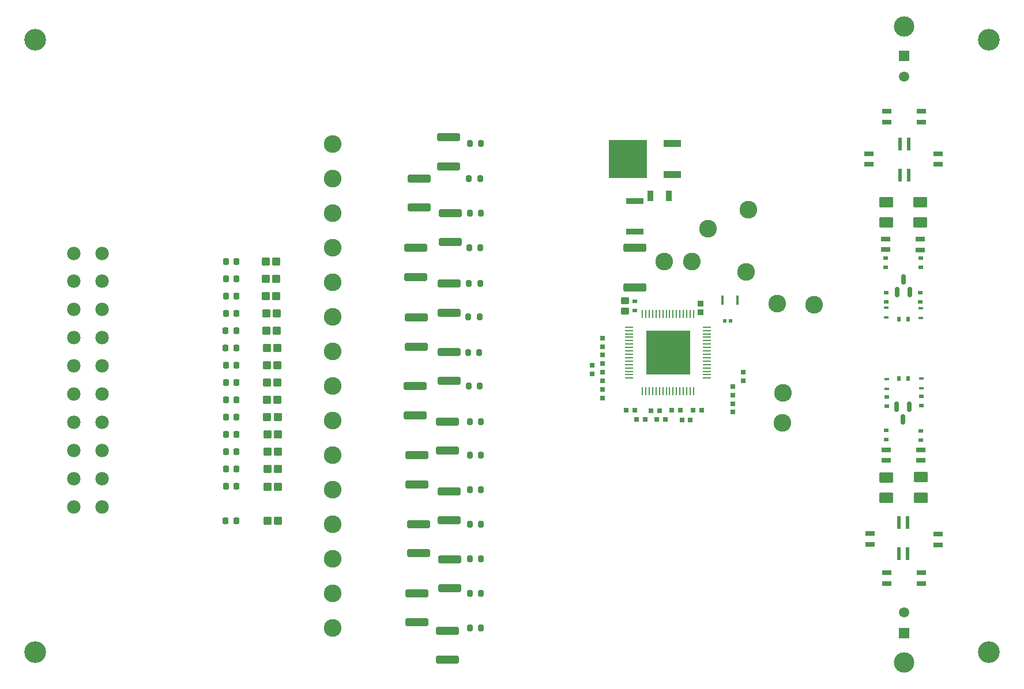
<source format=gbr>
%TF.GenerationSoftware,KiCad,Pcbnew,8.0.7*%
%TF.CreationDate,2025-02-10T22:10:37-06:00*%
%TF.ProjectId,Project63_BMS_DaughterBoard,50726f6a-6563-4743-9633-5f424d535f44,rev?*%
%TF.SameCoordinates,Original*%
%TF.FileFunction,Soldermask,Top*%
%TF.FilePolarity,Negative*%
%FSLAX46Y46*%
G04 Gerber Fmt 4.6, Leading zero omitted, Abs format (unit mm)*
G04 Created by KiCad (PCBNEW 8.0.7) date 2025-02-10 22:10:37*
%MOMM*%
%LPD*%
G01*
G04 APERTURE LIST*
G04 Aperture macros list*
%AMRoundRect*
0 Rectangle with rounded corners*
0 $1 Rounding radius*
0 $2 $3 $4 $5 $6 $7 $8 $9 X,Y pos of 4 corners*
0 Add a 4 corners polygon primitive as box body*
4,1,4,$2,$3,$4,$5,$6,$7,$8,$9,$2,$3,0*
0 Add four circle primitives for the rounded corners*
1,1,$1+$1,$2,$3*
1,1,$1+$1,$4,$5*
1,1,$1+$1,$6,$7*
1,1,$1+$1,$8,$9*
0 Add four rect primitives between the rounded corners*
20,1,$1+$1,$2,$3,$4,$5,0*
20,1,$1+$1,$4,$5,$6,$7,0*
20,1,$1+$1,$6,$7,$8,$9,0*
20,1,$1+$1,$8,$9,$2,$3,0*%
G04 Aperture macros list end*
%ADD10RoundRect,0.250000X-1.425000X0.362500X-1.425000X-0.362500X1.425000X-0.362500X1.425000X0.362500X0*%
%ADD11RoundRect,0.200000X-0.200000X-0.275000X0.200000X-0.275000X0.200000X0.275000X-0.200000X0.275000X0*%
%ADD12RoundRect,0.200000X0.200000X0.275000X-0.200000X0.275000X-0.200000X-0.275000X0.200000X-0.275000X0*%
%ADD13RoundRect,0.218750X-0.218750X-0.256250X0.218750X-0.256250X0.218750X0.256250X-0.218750X0.256250X0*%
%ADD14C,2.604000*%
%ADD15R,1.346200X0.787400*%
%ADD16R,1.143000X0.228600*%
%ADD17R,0.228600X1.143000*%
%ADD18R,6.502400X6.502400*%
%ADD19C,3.200000*%
%ADD20R,0.552399X0.749198*%
%ADD21RoundRect,0.250000X-1.450000X0.312500X-1.450000X-0.312500X1.450000X-0.312500X1.450000X0.312500X0*%
%ADD22R,0.749198X0.552399*%
%ADD23R,0.600000X1.850000*%
%ADD24R,0.762000X0.558800*%
%ADD25RoundRect,0.102000X-0.460000X-0.495000X0.460000X-0.495000X0.460000X0.495000X-0.460000X0.495000X0*%
%ADD26R,0.762000X0.660400*%
%ADD27R,0.749200X0.452400*%
%ADD28R,0.660400X0.762000*%
%ADD29R,2.600000X1.060000*%
%ADD30R,5.700000X5.632000*%
%ADD31RoundRect,0.102000X-0.465000X0.445000X-0.465000X-0.445000X0.465000X-0.445000X0.465000X0.445000X0*%
%ADD32C,2.999999*%
%ADD33R,1.520000X1.520000*%
%ADD34C,1.520000*%
%ADD35R,0.508000X0.508000*%
%ADD36RoundRect,0.102000X0.910000X-0.620000X0.910000X0.620000X-0.910000X0.620000X-0.910000X-0.620000X0*%
%ADD37C,1.981200*%
%ADD38R,0.899198X0.852399*%
%ADD39RoundRect,0.102000X-0.910000X0.620000X-0.910000X-0.620000X0.910000X-0.620000X0.910000X0.620000X0*%
%ADD40R,0.355600X1.397000*%
%ADD41RoundRect,0.150000X-0.150000X0.587500X-0.150000X-0.587500X0.150000X-0.587500X0.150000X0.587500X0*%
%ADD42RoundRect,0.150000X0.150000X-0.587500X0.150000X0.587500X-0.150000X0.587500X-0.150000X-0.587500X0*%
%ADD43RoundRect,0.250000X1.450000X-0.312500X1.450000X0.312500X-1.450000X0.312500X-1.450000X-0.312500X0*%
%ADD44R,0.863600X1.549400*%
%ADD45R,2.590800X0.965200*%
G04 APERTURE END LIST*
D10*
%TO.C,R602*%
X158000000Y-70537500D03*
X158000000Y-76462500D03*
%TD*%
D11*
%TO.C,R330*%
X133781775Y-55266895D03*
X135431775Y-55266895D03*
%TD*%
D12*
%TO.C,R329*%
X135362196Y-70591895D03*
X133712196Y-70591895D03*
%TD*%
%TO.C,R328*%
X135431775Y-65474117D03*
X133781775Y-65474117D03*
%TD*%
%TO.C,R327*%
X135314641Y-60450783D03*
X133664641Y-60450783D03*
%TD*%
D11*
%TO.C,R322*%
X133781775Y-126471895D03*
X135431775Y-126471895D03*
%TD*%
D12*
%TO.C,R321*%
X135431775Y-121391895D03*
X133781775Y-121391895D03*
%TD*%
%TO.C,R320*%
X135431775Y-116311895D03*
X133781775Y-116311895D03*
%TD*%
%TO.C,R319*%
X135431775Y-111231895D03*
X133781775Y-111231895D03*
%TD*%
%TO.C,R318*%
X135431775Y-106151895D03*
X133781775Y-106151895D03*
%TD*%
%TO.C,R317*%
X135431775Y-101071895D03*
X133781775Y-101071895D03*
%TD*%
%TO.C,R316*%
X135431775Y-96138566D03*
X133781775Y-96138566D03*
%TD*%
%TO.C,R315*%
X135302048Y-90924487D03*
X133652048Y-90924487D03*
%TD*%
%TO.C,R314*%
X135201308Y-85957820D03*
X133551308Y-85957820D03*
%TD*%
%TO.C,R313*%
X135239085Y-80726709D03*
X133589085Y-80726709D03*
%TD*%
%TO.C,R312*%
X135311999Y-75800971D03*
X133661999Y-75800971D03*
%TD*%
D13*
%TO.C,F308*%
X97976059Y-100550732D03*
X99551059Y-100550732D03*
%TD*%
D14*
%TO.C,TP502*%
X162389472Y-72626439D03*
%TD*%
D15*
%TO.C,R705*%
X192605440Y-112583972D03*
X192605440Y-114158772D03*
%TD*%
D16*
%TO.C,U201*%
X157232429Y-82243727D03*
X157232429Y-82743853D03*
X157232429Y-83243979D03*
X157232429Y-83744105D03*
X157232429Y-84244231D03*
X157232429Y-84744357D03*
X157232429Y-85244483D03*
X157232429Y-85744609D03*
X157232429Y-86244735D03*
X157232429Y-86744861D03*
X157232429Y-87244987D03*
X157232429Y-87745113D03*
X157232429Y-88245239D03*
X157232429Y-88745365D03*
X157232429Y-89245491D03*
X157232429Y-89745617D03*
D17*
X159158384Y-91671572D03*
X159658510Y-91671572D03*
X160158636Y-91671572D03*
X160658762Y-91671572D03*
X161158888Y-91671572D03*
X161659014Y-91671572D03*
X162159140Y-91671572D03*
X162659266Y-91671572D03*
X163159392Y-91671572D03*
X163659518Y-91671572D03*
X164159644Y-91671572D03*
X164659770Y-91671572D03*
X165159896Y-91671572D03*
X165660022Y-91671572D03*
X166160148Y-91671572D03*
X166660274Y-91671572D03*
D16*
X168586229Y-89745617D03*
X168586229Y-89245491D03*
X168586229Y-88745365D03*
X168586229Y-88245239D03*
X168586229Y-87745113D03*
X168586229Y-87244987D03*
X168586229Y-86744861D03*
X168586229Y-86244735D03*
X168586229Y-85744609D03*
X168586229Y-85244483D03*
X168586229Y-84744357D03*
X168586229Y-84244231D03*
X168586229Y-83744105D03*
X168586229Y-83243979D03*
X168586229Y-82743853D03*
X168586229Y-82243727D03*
D17*
X166660274Y-80317772D03*
X166160148Y-80317772D03*
X165660022Y-80317772D03*
X165159896Y-80317772D03*
X164659770Y-80317772D03*
X164159644Y-80317772D03*
X163659518Y-80317772D03*
X163159392Y-80317772D03*
X162659266Y-80317772D03*
X162159140Y-80317772D03*
X161659014Y-80317772D03*
X161158888Y-80317772D03*
X160658762Y-80317772D03*
X160158636Y-80317772D03*
X159658510Y-80317772D03*
X159158384Y-80317772D03*
D18*
X162909329Y-85994672D03*
%TD*%
D14*
%TO.C,TP306*%
X113640259Y-95970732D03*
%TD*%
D19*
%TO.C,H102*%
X210000000Y-40000000D03*
%TD*%
D20*
%TO.C,R712*%
X198180732Y-81114593D03*
X196828334Y-81114593D03*
%TD*%
D21*
%TO.C,R309*%
X130839232Y-116362500D03*
X130839232Y-120637500D03*
%TD*%
D22*
%TO.C,R707*%
X195052328Y-92494905D03*
X195052328Y-93847303D03*
%TD*%
D23*
%TO.C,FL702*%
X198271715Y-55379388D03*
X197001715Y-55379388D03*
X197001715Y-59929388D03*
X198271715Y-59929388D03*
%TD*%
D14*
%TO.C,TP312*%
X113640259Y-60410732D03*
%TD*%
D21*
%TO.C,R305*%
X130500000Y-96112500D03*
X130500000Y-100387500D03*
%TD*%
D24*
%TO.C,R719*%
X194899468Y-72090122D03*
X194899468Y-73436322D03*
%TD*%
D13*
%TO.C,F301*%
X97919359Y-82739146D03*
X99494359Y-82739146D03*
%TD*%
D15*
%TO.C,R716*%
X192383946Y-58317957D03*
X192383946Y-56743157D03*
%TD*%
D25*
%TO.C,F321*%
X104113559Y-103111715D03*
X105663559Y-103111715D03*
%TD*%
D14*
%TO.C,TP304*%
X113640259Y-85810732D03*
%TD*%
%TO.C,TP501*%
X174750000Y-65000000D03*
%TD*%
%TO.C,TP509*%
X168789472Y-67826439D03*
%TD*%
D22*
%TO.C,R201*%
X158078886Y-79783300D03*
X158078886Y-78430902D03*
%TD*%
D26*
%TO.C,C328*%
X153265915Y-87578788D03*
X153265915Y-86334188D03*
%TD*%
D27*
%TO.C,C703*%
X200132328Y-89824357D03*
X200132328Y-91276757D03*
%TD*%
D13*
%TO.C,F310*%
X97976059Y-105630732D03*
X99551059Y-105630732D03*
%TD*%
D28*
%TO.C,C319*%
X167870617Y-94485994D03*
X166626017Y-94485994D03*
%TD*%
D25*
%TO.C,F317*%
X104113559Y-105678193D03*
X105663559Y-105678193D03*
%TD*%
D28*
%TO.C,C313*%
X158047849Y-94429745D03*
X156803249Y-94429745D03*
%TD*%
D29*
%TO.C,Q601*%
X163549000Y-59786000D03*
D30*
X157000000Y-57500000D03*
D29*
X163549000Y-55214000D03*
%TD*%
D15*
%TO.C,R721*%
X200132328Y-52117556D03*
X200132328Y-50542756D03*
%TD*%
D14*
%TO.C,TP506*%
X184389472Y-78926439D03*
%TD*%
D22*
%TO.C,R718*%
X199982706Y-78551909D03*
X199982706Y-77199511D03*
%TD*%
D26*
%TO.C,C322*%
X173989472Y-88904139D03*
X173989472Y-90148739D03*
%TD*%
D31*
%TO.C,C201*%
X156639472Y-78356439D03*
X156639472Y-79896439D03*
%TD*%
D28*
%TO.C,C316*%
X162498789Y-95818424D03*
X161254189Y-95818424D03*
%TD*%
D14*
%TO.C,TP314*%
X113640259Y-70570732D03*
%TD*%
%TO.C,TP303*%
X113640259Y-80730732D03*
%TD*%
D25*
%TO.C,F327*%
X103825893Y-72610732D03*
X105375893Y-72610732D03*
%TD*%
%TO.C,F319*%
X104080472Y-98010732D03*
X105630472Y-98010732D03*
%TD*%
D19*
%TO.C,H104*%
X210000000Y-130000000D03*
%TD*%
D32*
%TO.C,J702*%
X197592328Y-38083163D03*
D33*
X197592328Y-42403162D03*
D34*
X197592328Y-45403161D03*
%TD*%
D15*
%TO.C,R715*%
X202543946Y-58317957D03*
X202543946Y-56743157D03*
%TD*%
D26*
%TO.C,C329*%
X151765915Y-89126141D03*
X151765915Y-87881541D03*
%TD*%
D25*
%TO.C,F328*%
X103832843Y-75144045D03*
X105382843Y-75144045D03*
%TD*%
D35*
%TO.C,C208*%
X172108572Y-81326439D03*
X171270372Y-81326439D03*
%TD*%
D14*
%TO.C,TP308*%
X113640259Y-106130732D03*
%TD*%
D15*
%TO.C,R714*%
X194907627Y-70861282D03*
X194907627Y-69286482D03*
%TD*%
D27*
%TO.C,C706*%
X194918733Y-80861036D03*
X194918733Y-79408636D03*
%TD*%
D36*
%TO.C,C702*%
X200058341Y-107289132D03*
X200058341Y-104319132D03*
%TD*%
D24*
%TO.C,R703*%
X200015344Y-98888469D03*
X200015344Y-97542269D03*
%TD*%
D14*
%TO.C,TP505*%
X179689472Y-96326439D03*
%TD*%
D13*
%TO.C,F325*%
X97976059Y-77690732D03*
X99551059Y-77690732D03*
%TD*%
D36*
%TO.C,C701*%
X194912547Y-107310890D03*
X194912547Y-104340890D03*
%TD*%
D21*
%TO.C,R323*%
X130650000Y-54362500D03*
X130650000Y-58637500D03*
%TD*%
D14*
%TO.C,BAT_POSITIVE301*%
X113640259Y-55330732D03*
%TD*%
D21*
%TO.C,R301*%
X130780694Y-75862500D03*
X130780694Y-80137500D03*
%TD*%
D37*
%TO.C,J401*%
X79812428Y-108644354D03*
X79812428Y-104504355D03*
X79812428Y-100364356D03*
X79812428Y-96224357D03*
X79812428Y-92084357D03*
X79812428Y-87944358D03*
X79812428Y-83804359D03*
X79812428Y-79664359D03*
X79812428Y-75524360D03*
X79812428Y-71384361D03*
X75672430Y-108644354D03*
X75672430Y-104504355D03*
X75672430Y-100364356D03*
X75672430Y-96224357D03*
X75672430Y-92084357D03*
X75672430Y-87944358D03*
X75672430Y-83804359D03*
X75672430Y-79664359D03*
X75672430Y-75524360D03*
X75672430Y-71384361D03*
%TD*%
D24*
%TO.C,R704*%
X194923946Y-98790557D03*
X194923946Y-97444357D03*
%TD*%
D21*
%TO.C,R307*%
X130780694Y-106362500D03*
X130780694Y-110637500D03*
%TD*%
D26*
%TO.C,C320*%
X172389472Y-93504139D03*
X172389472Y-94748739D03*
%TD*%
D38*
%TO.C,C207*%
X167689472Y-78800240D03*
X167689472Y-80052638D03*
%TD*%
D15*
%TO.C,R722*%
X195052328Y-52092998D03*
X195052328Y-50518198D03*
%TD*%
D14*
%TO.C,TP508*%
X166389472Y-72626439D03*
%TD*%
D15*
%TO.C,R702*%
X200132328Y-118335356D03*
X200132328Y-119910156D03*
%TD*%
D39*
%TO.C,C707*%
X199976488Y-63870186D03*
X199976488Y-66840186D03*
%TD*%
D28*
%TO.C,C315*%
X161646484Y-94508899D03*
X160401884Y-94508899D03*
%TD*%
D14*
%TO.C,TP302*%
X113640259Y-75650732D03*
%TD*%
D15*
%TO.C,R701*%
X195052328Y-118335356D03*
X195052328Y-119910156D03*
%TD*%
D21*
%TO.C,R306*%
X126000000Y-101062500D03*
X126000000Y-105337500D03*
%TD*%
D40*
%TO.C,C206*%
X173068972Y-78326439D03*
X170909972Y-78326439D03*
%TD*%
D13*
%TO.C,F309*%
X97976059Y-103090732D03*
X99551059Y-103090732D03*
%TD*%
D25*
%TO.C,F320*%
X104113559Y-100550732D03*
X105663559Y-100550732D03*
%TD*%
D41*
%TO.C,D701*%
X198350000Y-93962500D03*
X196450000Y-93962500D03*
X197400000Y-95837500D03*
%TD*%
D14*
%TO.C,TP313*%
X113640259Y-65490732D03*
%TD*%
D42*
%TO.C,D702*%
X196550000Y-77137500D03*
X198450000Y-77137500D03*
X197500000Y-75262500D03*
%TD*%
D14*
%TO.C,TP310*%
X113640259Y-116290732D03*
%TD*%
D32*
%TO.C,J701*%
X197592328Y-131522754D03*
D33*
X197592328Y-127202755D03*
D34*
X197592328Y-124202756D03*
%TD*%
D26*
%TO.C,C327*%
X153265915Y-85116888D03*
X153265915Y-83872288D03*
%TD*%
D13*
%TO.C,F326*%
X97976059Y-80230732D03*
X99551059Y-80230732D03*
%TD*%
D21*
%TO.C,R308*%
X126300000Y-111212500D03*
X126300000Y-115487500D03*
%TD*%
D14*
%TO.C,TP311*%
X113640259Y-121370732D03*
%TD*%
%TO.C,TP507*%
X179789472Y-91926439D03*
%TD*%
D13*
%TO.C,F302*%
X97929887Y-85310732D03*
X99504887Y-85310732D03*
%TD*%
D15*
%TO.C,R709*%
X194945704Y-100259959D03*
X194945704Y-101834759D03*
%TD*%
D13*
%TO.C,F311*%
X97925000Y-110750000D03*
X99500000Y-110750000D03*
%TD*%
D28*
%TO.C,C318*%
X166184941Y-95881706D03*
X164940341Y-95881706D03*
%TD*%
D25*
%TO.C,F329*%
X103843977Y-77684941D03*
X105393977Y-77684941D03*
%TD*%
D21*
%TO.C,R310*%
X126000000Y-121362500D03*
X126000000Y-125637500D03*
%TD*%
D19*
%TO.C,H101*%
X70000000Y-40000000D03*
%TD*%
D25*
%TO.C,F313*%
X103990801Y-85310732D03*
X105540801Y-85310732D03*
%TD*%
D39*
%TO.C,C708*%
X194912547Y-63863831D03*
X194912547Y-66833831D03*
%TD*%
D21*
%TO.C,R324*%
X126350000Y-60412500D03*
X126350000Y-64687500D03*
%TD*%
D27*
%TO.C,C705*%
X200009385Y-80889161D03*
X200009385Y-79436761D03*
%TD*%
D25*
%TO.C,F315*%
X103986902Y-90406561D03*
X105536902Y-90406561D03*
%TD*%
D14*
%TO.C,TP504*%
X178989472Y-78826439D03*
%TD*%
%TO.C,TP301*%
X113640259Y-126450732D03*
%TD*%
D13*
%TO.C,F306*%
X97976059Y-95470732D03*
X99551059Y-95470732D03*
%TD*%
D21*
%TO.C,R325*%
X130950000Y-65462500D03*
X130950000Y-69737500D03*
%TD*%
D15*
%TO.C,R713*%
X199977357Y-70911873D03*
X199977357Y-69337073D03*
%TD*%
D25*
%TO.C,F318*%
X104061206Y-95470732D03*
X105611206Y-95470732D03*
%TD*%
D14*
%TO.C,TP309*%
X113640259Y-111210732D03*
%TD*%
D27*
%TO.C,C704*%
X195052328Y-89909604D03*
X195052328Y-91362004D03*
%TD*%
D21*
%TO.C,R302*%
X125950000Y-80862500D03*
X125950000Y-85137500D03*
%TD*%
D13*
%TO.C,F323*%
X97976059Y-72610732D03*
X99551059Y-72610732D03*
%TD*%
D25*
%TO.C,F330*%
X103923901Y-80230732D03*
X105473901Y-80230732D03*
%TD*%
D28*
%TO.C,C317*%
X164710195Y-94455619D03*
X163465595Y-94455619D03*
%TD*%
D43*
%TO.C,R311*%
X130500000Y-131137500D03*
X130500000Y-126862500D03*
%TD*%
D15*
%TO.C,R710*%
X200060268Y-100259959D03*
X200060268Y-101834759D03*
%TD*%
D13*
%TO.C,F324*%
X97976059Y-75150732D03*
X99551059Y-75150732D03*
%TD*%
D24*
%TO.C,R720*%
X199993066Y-72091757D03*
X199993066Y-73437957D03*
%TD*%
D44*
%TO.C,C601*%
X160358400Y-63000000D03*
X163000000Y-63000000D03*
%TD*%
D13*
%TO.C,F303*%
X97976059Y-87844187D03*
X99551059Y-87844187D03*
%TD*%
D26*
%TO.C,C330*%
X153265915Y-90126141D03*
X153265915Y-88881541D03*
%TD*%
D13*
%TO.C,F307*%
X97976059Y-98010732D03*
X99551059Y-98010732D03*
%TD*%
D14*
%TO.C,TP305*%
X113640259Y-90890732D03*
%TD*%
D26*
%TO.C,C312*%
X153272109Y-92649155D03*
X153272109Y-91404555D03*
%TD*%
D14*
%TO.C,TP307*%
X113640259Y-101050732D03*
%TD*%
D25*
%TO.C,F312*%
X103944787Y-82770732D03*
X105494787Y-82770732D03*
%TD*%
%TO.C,F314*%
X104004402Y-87850732D03*
X105554402Y-87850732D03*
%TD*%
D13*
%TO.C,F305*%
X97976059Y-92915798D03*
X99551059Y-92915798D03*
%TD*%
D23*
%TO.C,FL701*%
X196793070Y-115496188D03*
X198063070Y-115496188D03*
X198063070Y-110946188D03*
X196793070Y-110946188D03*
%TD*%
D20*
%TO.C,R711*%
X198178481Y-89819176D03*
X196826083Y-89819176D03*
%TD*%
D15*
%TO.C,R706*%
X202543946Y-112684357D03*
X202543946Y-114259157D03*
%TD*%
D21*
%TO.C,R304*%
X125800000Y-90912500D03*
X125800000Y-95187500D03*
%TD*%
D28*
%TO.C,C314*%
X159539172Y-95838586D03*
X158294572Y-95838586D03*
%TD*%
D14*
%TO.C,TP503*%
X174389472Y-74126439D03*
%TD*%
D19*
%TO.C,H103*%
X70000000Y-130000000D03*
%TD*%
D21*
%TO.C,R303*%
X130780694Y-85862500D03*
X130780694Y-90137500D03*
%TD*%
D22*
%TO.C,R708*%
X200132328Y-92409658D03*
X200132328Y-93762056D03*
%TD*%
D25*
%TO.C,F316*%
X104021997Y-92930732D03*
X105571997Y-92930732D03*
%TD*%
D21*
%TO.C,R326*%
X125850000Y-70612500D03*
X125850000Y-74887500D03*
%TD*%
D26*
%TO.C,C321*%
X172389472Y-91004139D03*
X172389472Y-92248739D03*
%TD*%
D25*
%TO.C,F322*%
X104113559Y-110710732D03*
X105663559Y-110710732D03*
%TD*%
D22*
%TO.C,R717*%
X194923946Y-78526756D03*
X194923946Y-77174358D03*
%TD*%
D45*
%TO.C,R601*%
X158000000Y-68247900D03*
X158000000Y-63752100D03*
%TD*%
D13*
%TO.C,F304*%
X97976059Y-90390732D03*
X99551059Y-90390732D03*
%TD*%
M02*

</source>
